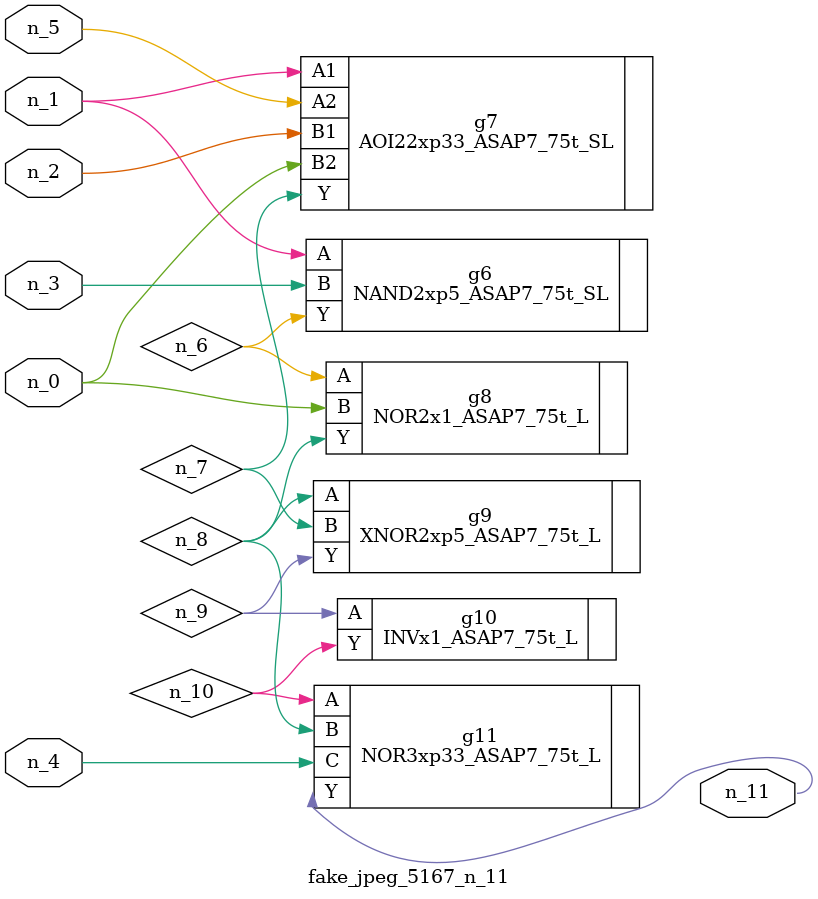
<source format=v>
module fake_jpeg_5167_n_11 (n_3, n_2, n_1, n_0, n_4, n_5, n_11);

input n_3;
input n_2;
input n_1;
input n_0;
input n_4;
input n_5;

output n_11;

wire n_10;
wire n_8;
wire n_9;
wire n_6;
wire n_7;

NAND2xp5_ASAP7_75t_SL g6 ( 
.A(n_1),
.B(n_3),
.Y(n_6)
);

AOI22xp33_ASAP7_75t_SL g7 ( 
.A1(n_1),
.A2(n_5),
.B1(n_2),
.B2(n_0),
.Y(n_7)
);

NOR2x1_ASAP7_75t_L g8 ( 
.A(n_6),
.B(n_0),
.Y(n_8)
);

XNOR2xp5_ASAP7_75t_L g9 ( 
.A(n_8),
.B(n_7),
.Y(n_9)
);

INVx1_ASAP7_75t_L g10 ( 
.A(n_9),
.Y(n_10)
);

NOR3xp33_ASAP7_75t_L g11 ( 
.A(n_10),
.B(n_8),
.C(n_4),
.Y(n_11)
);


endmodule
</source>
